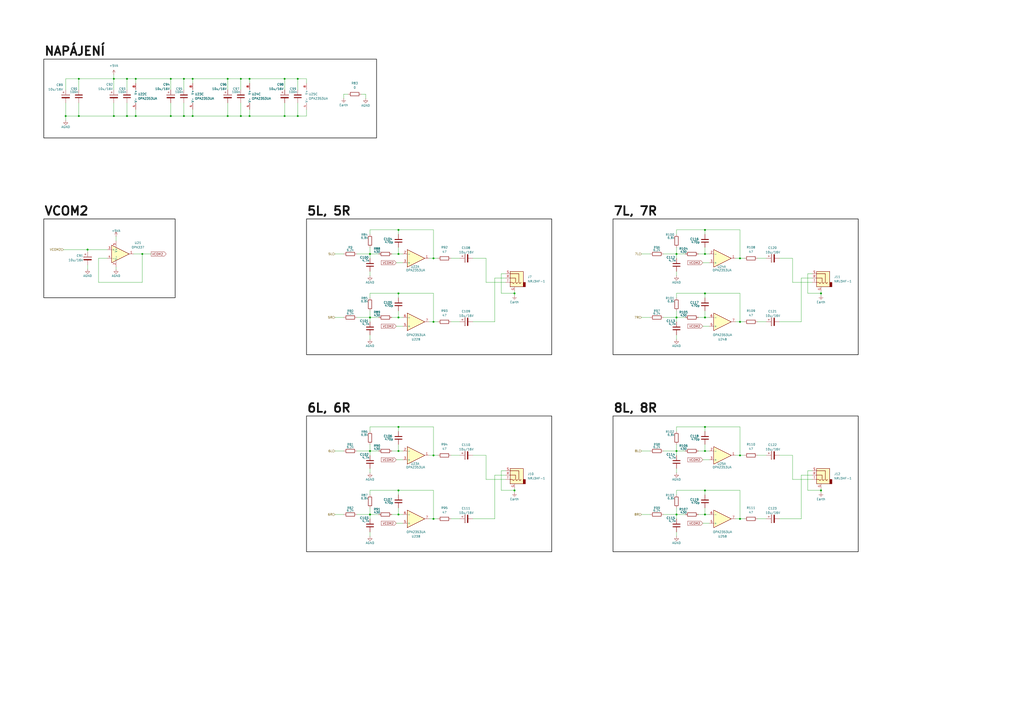
<source format=kicad_sch>
(kicad_sch (version 20250114) (generator "eeschema") (generator_version "9.0")
  (paper "A2")
  (lib_symbols
    (symbol "Amplifier_Operational:AD8603" (pin_names (offset 0.127))
      (property "Reference" "U" (at 0 5.08 0))
      (property "Value" "AD8603" (at 0 -5.08 0))
      (symbol "AD8603_0_1"
        (pin power_in line (at -2.54 7.62 270) (length 3.81) (name "V+") (number "5"))
        (pin power_in line (at -2.54 -7.62 90) (length 3.81) (name "V-") (number "2"))
      )
      (symbol "AD8603_1_1"
        (pin input line (at -7.62 2.54 0) (length 2.54) (name "+") (number "3"))
        (pin input line (at -7.62 -2.54 0) (length 2.54) (name "-") (number "4"))
        (pin output line (at 7.62 0 180) (length 2.54) (name "~") (number "1"))
      )
    )
    (symbol "Amplifier_Operational:OPA2134" (pin_names (offset 0.127))
      (property "Reference" "U" (at 0 5.08 0))
      (property "Value" "OPA2134" (at 0 -5.08 0))
      (symbol "OPA2134_1_1"
        (pin input line (at -7.62 2.54 0) (length 2.54) (name "+") (number "3"))
        (pin input line (at -7.62 -2.54 0) (length 2.54) (name "-") (number "2"))
        (pin output line (at 7.62 0 180) (length 2.54) (name "~") (number "1"))
      )
      (symbol "OPA2134_2_1"
        (pin input line (at -7.62 2.54 0) (length 2.54) (name "+") (number "5"))
        (pin input line (at -7.62 -2.54 0) (length 2.54) (name "-") (number "6"))
        (pin output line (at 7.62 0 180) (length 2.54) (name "~") (number "7"))
      )
      (symbol "OPA2134_3_1"
        (pin power_in line (at -2.54 7.62 270) (length 3.81) (name "V+") (number "8"))
        (pin power_in line (at -2.54 -7.62 90) (length 3.81) (name "V-") (number "4"))
      )
    )
    (symbol "Connector_Audio:NRJ3HF-1"
      (property "Reference" "J" (at 0 8.89 0))
      (property "Value" "NRJ3HF-1" (at 0 6.35 0))
      (symbol "NRJ3HF-1_1_1"
        (pin passive line (at 0 -7.62 90) (length 2.54) (name "~") (number "G"))
        (pin passive line (at 5.08 2.54 180) (length 2.54) (name "~") (number "S"))
        (pin passive line (at 5.08 0 180) (length 2.54) (name "~") (number "R"))
        (pin passive line (at 5.08 -2.54 180) (length 2.54) (name "~") (number "T"))
      )
    )
    (symbol "Device:C" (pin_numbers (hide yes)) (pin_names (offset 0.254))
      (property "Reference" "C" (at 0.635 2.54 0))
      (property "Value" "C" (at 0.635 -2.54 0))
      (symbol "C_1_1"
        (pin passive line (at 0 3.81 270) (length 2.794) (name "~") (number "1"))
        (pin passive line (at 0 -3.81 90) (length 2.794) (name "~") (number "2"))
      )
    )
    (symbol "Device:C_Polarized" (pin_numbers (hide yes)) (pin_names (offset 0.254))
      (property "Reference" "C" (at 0.635 2.54 0))
      (property "Value" "C_Polarized" (at 0.635 -2.54 0))
      (symbol "C_Polarized_1_1"
        (pin passive line (at 0 3.81 270) (length 2.794) (name "~") (number "1"))
        (pin passive line (at 0 -3.81 90) (length 2.794) (name "~") (number "2"))
      )
    )
    (symbol "Device:R" (pin_numbers (hide yes)) (pin_names (offset 0))
      (property "Reference" "R" (at 2.032 0 90))
      (property "Value" "R" (at 0 0 90))
      (symbol "R_1_1"
        (pin passive line (at 0 3.81 270) (length 1.27) (name "~") (number "1"))
        (pin passive line (at 0 -3.81 90) (length 1.27) (name "~") (number "2"))
      )
    )
    (symbol "power:+5VA" (power) (pin_numbers (hide yes)) (pin_names (offset 0) (hide yes))
      (property "Value" "+5VA" (at 0 3.556 0))
      (symbol "+5VA_1_1"
        (pin power_in line (at 0 0 90) (length 0) (name "~") (number "1"))
      )
    )
    (symbol "power:Earth" (power) (pin_numbers (hide yes)) (pin_names (offset 0) (hide yes))
      (property "Value" "Earth" (at 0 -3.81 0))
      (symbol "Earth_1_1"
        (pin power_in line (at 0 0 270) (length 0) (name "~") (number "1"))
      )
    )
    (symbol "power:GNDA" (power) (pin_numbers (hide yes)) (pin_names (offset 0) (hide yes))
      (property "Value" "GNDA" (at 0 -3.81 0))
      (symbol "GNDA_1_1"
        (pin power_in line (at 0 0 270) (length 0) (name "~") (number "1"))
      )
    )
  )
  (junction (at 408.94 298.45))
  (junction (at 139.7 45.72))
  (junction (at 231.14 298.45))
  (junction (at 82.55 147.32))
  (junction (at 231.14 147.32))
  (junction (at 45.72 45.72))
  (junction (at 165.1 45.72))
  (junction (at 78.74 67.31))
  (junction (at 408.94 284.48))
  (junction (at 408.94 147.32))
  (junction (at 111.76 45.72))
  (junction (at 429.26 264.16))
  (junction (at 106.68 67.31))
  (junction (at 99.06 45.72))
  (junction (at 73.66 67.31))
  (junction (at 139.7 67.31))
  (junction (at 231.14 261.62))
  (junction (at 231.14 170.18))
  (junction (at 251.46 186.69))
  (junction (at 50.8 144.78))
  (junction (at 165.1 67.31))
  (junction (at 476.25 284.48))
  (junction (at 38.1 67.31))
  (junction (at 231.14 247.65))
  (junction (at 429.26 149.86))
  (junction (at 392.43 261.62))
  (junction (at 106.68 45.72))
  (junction (at 172.72 45.72))
  (junction (at 132.08 45.72))
  (junction (at 214.63 261.62))
  (junction (at 144.78 45.72))
  (junction (at 476.25 170.18))
  (junction (at 231.14 133.35))
  (junction (at 214.63 298.45))
  (junction (at 144.78 67.31))
  (junction (at 111.76 67.31))
  (junction (at 429.26 186.69))
  (junction (at 231.14 184.15))
  (junction (at 392.43 184.15))
  (junction (at 66.04 45.72))
  (junction (at 251.46 300.99))
  (junction (at 73.66 45.72))
  (junction (at 78.74 45.72))
  (junction (at 392.43 298.45))
  (junction (at 251.46 264.16))
  (junction (at 99.06 67.31))
  (junction (at 429.26 300.99))
  (junction (at 251.46 149.86))
  (junction (at 66.04 67.31))
  (junction (at 408.94 170.18))
  (junction (at 214.63 147.32))
  (junction (at 45.72 67.31))
  (junction (at 214.63 184.15))
  (junction (at 298.45 170.18))
  (junction (at 298.45 284.48))
  (junction (at 172.72 67.31))
  (junction (at 231.14 284.48))
  (junction (at 408.94 261.62))
  (junction (at 132.08 67.31))
  (junction (at 408.94 184.15))
  (junction (at 408.94 133.35))
  (junction (at 392.43 147.32))
  (junction (at 408.94 247.65))
  (wire (pts (xy 290.83 284.48) (xy 298.45 284.48)))
  (wire (pts (xy 231.14 133.35) (xy 231.14 135.89)))
  (wire (pts (xy 209.55 54.61) (xy 212.09 54.61)))
  (wire (pts (xy 231.14 247.65) (xy 251.46 247.65)))
  (wire (pts (xy 274.32 300.99) (xy 287.02 300.99)))
  (wire (pts (xy 464.82 161.29) (xy 464.82 186.69)))
  (wire (pts (xy 426.72 186.69) (xy 429.26 186.69)))
  (wire (pts (xy 194.31 147.32) (xy 199.39 147.32)))
  (wire (pts (xy 111.76 63.5) (xy 111.76 67.31)))
  (wire (pts (xy 227.33 298.45) (xy 231.14 298.45)))
  (wire (pts (xy 207.01 298.45) (xy 214.63 298.45)))
  (wire (pts (xy 231.14 284.48) (xy 251.46 284.48)))
  (wire (pts (xy 274.32 149.86) (xy 281.94 149.86)))
  (wire (pts (xy 452.12 186.69) (xy 464.82 186.69)))
  (wire (pts (xy 231.14 184.15) (xy 233.68 184.15)))
  (wire (pts (xy 227.33 184.15) (xy 231.14 184.15)))
  (wire (pts (xy 251.46 264.16) (xy 254 264.16)))
  (wire (pts (xy 429.26 186.69) (xy 431.8 186.69)))
  (wire (pts (xy 66.04 45.72) (xy 66.04 52.07)))
  (wire (pts (xy 439.42 186.69) (xy 444.5 186.69)))
  (wire (pts (xy 392.43 147.32) (xy 397.51 147.32)))
  (wire (pts (xy 231.14 147.32) (xy 233.68 147.32)))
  (wire (pts (xy 214.63 194.31) (xy 214.63 196.85)))
  (wire (pts (xy 229.87 303.53) (xy 233.68 303.53)))
  (wire (pts (xy 139.7 67.31) (xy 144.78 67.31)))
  (wire (pts (xy 214.63 180.34) (xy 214.63 184.15)))
  (wire (pts (xy 73.66 67.31) (xy 78.74 67.31)))
  (wire (pts (xy 214.63 147.32) (xy 214.63 149.86)))
  (wire (pts (xy 231.14 180.34) (xy 231.14 184.15)))
  (wire (pts (xy 452.12 264.16) (xy 459.74 264.16)))
  (wire (pts (xy 426.72 300.99) (xy 429.26 300.99)))
  (wire (pts (xy 77.47 147.32) (xy 82.55 147.32)))
  (wire (pts (xy 429.26 247.65) (xy 429.26 264.16)))
  (wire (pts (xy 290.83 170.18) (xy 298.45 170.18)))
  (wire (pts (xy 372.11 184.15) (xy 377.19 184.15)))
  (wire (pts (xy 82.55 147.32) (xy 82.55 163.83)))
  (wire (pts (xy 67.31 137.16) (xy 67.31 139.7)))
  (wire (pts (xy 392.43 184.15) (xy 397.51 184.15)))
  (wire (pts (xy 38.1 45.72) (xy 45.72 45.72)))
  (wire (pts (xy 287.02 275.59) (xy 287.02 300.99)))
  (wire (pts (xy 172.72 67.31) (xy 177.8 67.31)))
  (wire (pts (xy 214.63 247.65) (xy 214.63 250.19)))
  (wire (pts (xy 274.32 186.69) (xy 287.02 186.69)))
  (wire (pts (xy 408.94 284.48) (xy 429.26 284.48)))
  (wire (pts (xy 106.68 59.69) (xy 106.68 67.31)))
  (wire (pts (xy 281.94 264.16) (xy 281.94 278.13)))
  (wire (pts (xy 298.45 168.91) (xy 298.45 170.18)))
  (wire (pts (xy 231.14 294.64) (xy 231.14 298.45)))
  (wire (pts (xy 459.74 278.13) (xy 471.17 278.13)))
  (wire (pts (xy 194.31 184.15) (xy 199.39 184.15)))
  (wire (pts (xy 231.14 133.35) (xy 251.46 133.35)))
  (wire (pts (xy 392.43 308.61) (xy 392.43 311.15)))
  (wire (pts (xy 392.43 194.31) (xy 392.43 196.85)))
  (wire (pts (xy 287.02 275.59) (xy 293.37 275.59)))
  (wire (pts (xy 251.46 284.48) (xy 251.46 300.99)))
  (wire (pts (xy 468.63 170.18) (xy 476.25 170.18)))
  (wire (pts (xy 132.08 59.69) (xy 132.08 67.31)))
  (wire (pts (xy 405.13 261.62) (xy 408.94 261.62)))
  (wire (pts (xy 231.14 247.65) (xy 231.14 250.19)))
  (wire (pts (xy 36.83 144.78) (xy 50.8 144.78)))
  (wire (pts (xy 408.94 284.48) (xy 408.94 287.02)))
  (wire (pts (xy 429.26 133.35) (xy 429.26 149.86)))
  (wire (pts (xy 214.63 261.62) (xy 214.63 264.16)))
  (wire (pts (xy 231.14 298.45) (xy 233.68 298.45)))
  (wire (pts (xy 214.63 308.61) (xy 214.63 311.15)))
  (wire (pts (xy 227.33 261.62) (xy 231.14 261.62)))
  (wire (pts (xy 459.74 264.16) (xy 459.74 278.13)))
  (wire (pts (xy 464.82 275.59) (xy 471.17 275.59)))
  (wire (pts (xy 468.63 273.05) (xy 468.63 284.48)))
  (wire (pts (xy 111.76 45.72) (xy 132.08 45.72)))
  (wire (pts (xy 50.8 144.78) (xy 62.23 144.78)))
  (wire (pts (xy 464.82 275.59) (xy 464.82 300.99)))
  (wire (pts (xy 408.94 184.15) (xy 411.48 184.15)))
  (wire (pts (xy 99.06 45.72) (xy 106.68 45.72)))
  (wire (pts (xy 214.63 247.65) (xy 231.14 247.65)))
  (wire (pts (xy 408.94 298.45) (xy 411.48 298.45)))
  (wire (pts (xy 408.94 170.18) (xy 408.94 172.72)))
  (wire (pts (xy 392.43 170.18) (xy 392.43 172.72)))
  (wire (pts (xy 468.63 158.75) (xy 471.17 158.75)))
  (wire (pts (xy 144.78 67.31) (xy 165.1 67.31)))
  (wire (pts (xy 139.7 45.72) (xy 139.7 52.07)))
  (wire (pts (xy 287.02 161.29) (xy 293.37 161.29)))
  (wire (pts (xy 78.74 45.72) (xy 78.74 48.26)))
  (wire (pts (xy 392.43 284.48) (xy 408.94 284.48)))
  (wire (pts (xy 214.63 284.48) (xy 231.14 284.48)))
  (wire (pts (xy 50.8 153.67) (xy 50.8 156.21)))
  (wire (pts (xy 251.46 133.35) (xy 251.46 149.86)))
  (wire (pts (xy 177.8 45.72) (xy 177.8 48.26)))
  (wire (pts (xy 99.06 45.72) (xy 99.06 52.07)))
  (wire (pts (xy 426.72 149.86) (xy 429.26 149.86)))
  (wire (pts (xy 214.63 284.48) (xy 214.63 287.02)))
  (wire (pts (xy 407.67 266.7) (xy 411.48 266.7)))
  (wire (pts (xy 165.1 45.72) (xy 165.1 52.07)))
  (wire (pts (xy 177.8 63.5) (xy 177.8 67.31)))
  (wire (pts (xy 408.94 261.62) (xy 411.48 261.62)))
  (wire (pts (xy 290.83 273.05) (xy 290.83 284.48)))
  (wire (pts (xy 132.08 45.72) (xy 139.7 45.72)))
  (wire (pts (xy 214.63 298.45) (xy 219.71 298.45)))
  (wire (pts (xy 464.82 161.29) (xy 471.17 161.29)))
  (wire (pts (xy 392.43 247.65) (xy 392.43 250.19)))
  (wire (pts (xy 408.94 170.18) (xy 429.26 170.18)))
  (wire (pts (xy 66.04 59.69) (xy 66.04 67.31)))
  (wire (pts (xy 214.63 143.51) (xy 214.63 147.32)))
  (wire (pts (xy 165.1 59.69) (xy 165.1 67.31)))
  (wire (pts (xy 57.15 163.83) (xy 82.55 163.83)))
  (wire (pts (xy 57.15 149.86) (xy 62.23 149.86)))
  (wire (pts (xy 392.43 170.18) (xy 408.94 170.18)))
  (wire (pts (xy 408.94 247.65) (xy 429.26 247.65)))
  (wire (pts (xy 468.63 273.05) (xy 471.17 273.05)))
  (wire (pts (xy 408.94 133.35) (xy 429.26 133.35)))
  (wire (pts (xy 426.72 264.16) (xy 429.26 264.16)))
  (wire (pts (xy 194.31 261.62) (xy 199.39 261.62)))
  (wire (pts (xy 248.92 264.16) (xy 251.46 264.16)))
  (wire (pts (xy 372.11 261.62) (xy 377.19 261.62)))
  (wire (pts (xy 261.62 300.99) (xy 266.7 300.99)))
  (wire (pts (xy 67.31 154.94) (xy 67.31 156.21)))
  (wire (pts (xy 281.94 149.86) (xy 281.94 163.83)))
  (wire (pts (xy 66.04 67.31) (xy 73.66 67.31)))
  (wire (pts (xy 165.1 67.31) (xy 172.72 67.31)))
  (wire (pts (xy 251.46 149.86) (xy 254 149.86)))
  (wire (pts (xy 73.66 45.72) (xy 73.66 52.07)))
  (wire (pts (xy 45.72 45.72) (xy 66.04 45.72)))
  (wire (pts (xy 38.1 45.72) (xy 38.1 52.07)))
  (wire (pts (xy 392.43 180.34) (xy 392.43 184.15)))
  (wire (pts (xy 214.63 133.35) (xy 231.14 133.35)))
  (wire (pts (xy 392.43 261.62) (xy 392.43 264.16)))
  (wire (pts (xy 251.46 186.69) (xy 254 186.69)))
  (wire (pts (xy 50.8 144.78) (xy 50.8 146.05)))
  (wire (pts (xy 392.43 247.65) (xy 408.94 247.65)))
  (wire (pts (xy 468.63 158.75) (xy 468.63 170.18)))
  (wire (pts (xy 248.92 186.69) (xy 251.46 186.69)))
  (wire (pts (xy 106.68 67.31) (xy 111.76 67.31)))
  (wire (pts (xy 408.94 147.32) (xy 411.48 147.32)))
  (wire (pts (xy 476.25 168.91) (xy 476.25 170.18)))
  (wire (pts (xy 38.1 67.31) (xy 45.72 67.31)))
  (wire (pts (xy 78.74 67.31) (xy 99.06 67.31)))
  (wire (pts (xy 290.83 158.75) (xy 293.37 158.75)))
  (wire (pts (xy 111.76 45.72) (xy 111.76 48.26)))
  (wire (pts (xy 392.43 257.81) (xy 392.43 261.62)))
  (wire (pts (xy 231.14 257.81) (xy 231.14 261.62)))
  (wire (pts (xy 384.81 147.32) (xy 392.43 147.32)))
  (wire (pts (xy 298.45 284.48) (xy 298.45 285.75)))
  (wire (pts (xy 281.94 163.83) (xy 293.37 163.83)))
  (wire (pts (xy 229.87 266.7) (xy 233.68 266.7)))
  (wire (pts (xy 38.1 67.31) (xy 38.1 69.85)))
  (wire (pts (xy 132.08 45.72) (xy 132.08 52.07)))
  (wire (pts (xy 229.87 189.23) (xy 233.68 189.23)))
  (wire (pts (xy 73.66 59.69) (xy 73.66 67.31)))
  (wire (pts (xy 452.12 149.86) (xy 459.74 149.86)))
  (wire (pts (xy 408.94 247.65) (xy 408.94 250.19)))
  (wire (pts (xy 384.81 261.62) (xy 392.43 261.62)))
  (wire (pts (xy 45.72 67.31) (xy 66.04 67.31)))
  (wire (pts (xy 214.63 294.64) (xy 214.63 298.45)))
  (wire (pts (xy 199.39 54.61) (xy 199.39 57.15)))
  (wire (pts (xy 459.74 163.83) (xy 471.17 163.83)))
  (wire (pts (xy 165.1 45.72) (xy 172.72 45.72)))
  (wire (pts (xy 139.7 45.72) (xy 144.78 45.72)))
  (wire (pts (xy 207.01 147.32) (xy 214.63 147.32)))
  (wire (pts (xy 212.09 54.61) (xy 212.09 57.15)))
  (wire (pts (xy 405.13 184.15) (xy 408.94 184.15)))
  (wire (pts (xy 199.39 54.61) (xy 201.93 54.61)))
  (wire (pts (xy 45.72 59.69) (xy 45.72 67.31)))
  (wire (pts (xy 214.63 170.18) (xy 231.14 170.18)))
  (wire (pts (xy 172.72 59.69) (xy 172.72 67.31)))
  (wire (pts (xy 274.32 264.16) (xy 281.94 264.16)))
  (wire (pts (xy 251.46 170.18) (xy 251.46 186.69)))
  (wire (pts (xy 408.94 143.51) (xy 408.94 147.32)))
  (wire (pts (xy 207.01 184.15) (xy 214.63 184.15)))
  (wire (pts (xy 372.11 147.32) (xy 377.19 147.32)))
  (wire (pts (xy 144.78 63.5) (xy 144.78 67.31)))
  (wire (pts (xy 207.01 261.62) (xy 214.63 261.62)))
  (wire (pts (xy 99.06 67.31) (xy 106.68 67.31)))
  (wire (pts (xy 392.43 133.35) (xy 408.94 133.35)))
  (wire (pts (xy 407.67 303.53) (xy 411.48 303.53)))
  (wire (pts (xy 392.43 284.48) (xy 392.43 287.02)))
  (wire (pts (xy 392.43 294.64) (xy 392.43 298.45)))
  (wire (pts (xy 298.45 170.18) (xy 298.45 171.45)))
  (wire (pts (xy 298.45 283.21) (xy 298.45 284.48)))
  (wire (pts (xy 214.63 184.15) (xy 214.63 186.69)))
  (wire (pts (xy 290.83 158.75) (xy 290.83 170.18)))
  (wire (pts (xy 261.62 264.16) (xy 266.7 264.16)))
  (wire (pts (xy 429.26 300.99) (xy 431.8 300.99)))
  (wire (pts (xy 287.02 161.29) (xy 287.02 186.69)))
  (wire (pts (xy 231.14 143.51) (xy 231.14 147.32)))
  (wire (pts (xy 214.63 271.78) (xy 214.63 274.32)))
  (wire (pts (xy 214.63 147.32) (xy 219.71 147.32)))
  (wire (pts (xy 392.43 147.32) (xy 392.43 149.86)))
  (wire (pts (xy 392.43 143.51) (xy 392.43 147.32)))
  (wire (pts (xy 261.62 149.86) (xy 266.7 149.86)))
  (wire (pts (xy 144.78 45.72) (xy 165.1 45.72)))
  (wire (pts (xy 214.63 298.45) (xy 214.63 300.99)))
  (wire (pts (xy 78.74 45.72) (xy 99.06 45.72)))
  (wire (pts (xy 476.25 284.48) (xy 476.25 285.75)))
  (wire (pts (xy 139.7 59.69) (xy 139.7 67.31)))
  (wire (pts (xy 45.72 45.72) (xy 45.72 52.07)))
  (wire (pts (xy 111.76 67.31) (xy 132.08 67.31)))
  (wire (pts (xy 214.63 261.62) (xy 219.71 261.62)))
  (wire (pts (xy 229.87 152.4) (xy 233.68 152.4)))
  (wire (pts (xy 384.81 298.45) (xy 392.43 298.45)))
  (wire (pts (xy 248.92 149.86) (xy 251.46 149.86)))
  (wire (pts (xy 459.74 149.86) (xy 459.74 163.83)))
  (wire (pts (xy 214.63 170.18) (xy 214.63 172.72)))
  (wire (pts (xy 372.11 298.45) (xy 377.19 298.45)))
  (wire (pts (xy 144.78 45.72) (xy 144.78 48.26)))
  (wire (pts (xy 73.66 45.72) (xy 78.74 45.72)))
  (wire (pts (xy 429.26 149.86) (xy 431.8 149.86)))
  (wire (pts (xy 194.31 298.45) (xy 199.39 298.45)))
  (wire (pts (xy 407.67 152.4) (xy 411.48 152.4)))
  (wire (pts (xy 66.04 43.18) (xy 66.04 45.72)))
  (wire (pts (xy 251.46 247.65) (xy 251.46 264.16)))
  (wire (pts (xy 384.81 184.15) (xy 392.43 184.15)))
  (wire (pts (xy 214.63 257.81) (xy 214.63 261.62)))
  (wire (pts (xy 251.46 300.99) (xy 254 300.99)))
  (wire (pts (xy 78.74 63.5) (xy 78.74 67.31)))
  (wire (pts (xy 172.72 45.72) (xy 177.8 45.72)))
  (wire (pts (xy 248.92 300.99) (xy 251.46 300.99)))
  (wire (pts (xy 214.63 133.35) (xy 214.63 135.89)))
  (wire (pts (xy 231.14 170.18) (xy 251.46 170.18)))
  (wire (pts (xy 408.94 294.64) (xy 408.94 298.45)))
  (wire (pts (xy 439.42 300.99) (xy 444.5 300.99)))
  (wire (pts (xy 392.43 261.62) (xy 397.51 261.62)))
  (wire (pts (xy 429.26 264.16) (xy 431.8 264.16)))
  (wire (pts (xy 439.42 264.16) (xy 444.5 264.16)))
  (wire (pts (xy 392.43 298.45) (xy 397.51 298.45)))
  (wire (pts (xy 227.33 147.32) (xy 231.14 147.32)))
  (wire (pts (xy 231.14 284.48) (xy 231.14 287.02)))
  (wire (pts (xy 38.1 59.69) (xy 38.1 67.31)))
  (wire (pts (xy 405.13 147.32) (xy 408.94 147.32)))
  (wire (pts (xy 408.94 180.34) (xy 408.94 184.15)))
  (wire (pts (xy 106.68 45.72) (xy 106.68 52.07)))
  (wire (pts (xy 392.43 298.45) (xy 392.43 300.99)))
  (wire (pts (xy 476.25 283.21) (xy 476.25 284.48)))
  (wire (pts (xy 407.67 189.23) (xy 411.48 189.23)))
  (wire (pts (xy 231.14 170.18) (xy 231.14 172.72)))
  (wire (pts (xy 429.26 170.18) (xy 429.26 186.69)))
  (wire (pts (xy 392.43 271.78) (xy 392.43 274.32)))
  (wire (pts (xy 231.14 261.62) (xy 233.68 261.62)))
  (wire (pts (xy 392.43 184.15) (xy 392.43 186.69)))
  (wire (pts (xy 476.25 170.18) (xy 476.25 171.45)))
  (wire (pts (xy 392.43 157.48) (xy 392.43 160.02)))
  (wire (pts (xy 66.04 45.72) (xy 73.66 45.72)))
  (wire (pts (xy 172.72 45.72) (xy 172.72 52.07)))
  (wire (pts (xy 452.12 300.99) (xy 464.82 300.99)))
  (wire (pts (xy 82.55 147.32) (xy 87.63 147.32)))
  (wire (pts (xy 408.94 133.35) (xy 408.94 135.89)))
  (wire (pts (xy 468.63 284.48) (xy 476.25 284.48)))
  (wire (pts (xy 214.63 184.15) (xy 219.71 184.15)))
  (wire (pts (xy 106.68 45.72) (xy 111.76 45.72)))
  (wire (pts (xy 261.62 186.69) (xy 266.7 186.69)))
  (wire (pts (xy 408.94 257.81) (xy 408.94 261.62)))
  (wire (pts (xy 405.13 298.45) (xy 408.94 298.45)))
  (wire (pts (xy 290.83 273.05) (xy 293.37 273.05)))
  (wire (pts (xy 57.15 149.86) (xy 57.15 163.83)))
  (wire (pts (xy 439.42 149.86) (xy 444.5 149.86)))
  (wire (pts (xy 281.94 278.13) (xy 293.37 278.13)))
  (wire (pts (xy 392.43 133.35) (xy 392.43 135.89)))
  (wire (pts (xy 99.06 59.69) (xy 99.06 67.31)))
  (wire (pts (xy 132.08 67.31) (xy 139.7 67.31)))
  (wire (pts (xy 214.63 157.48) (xy 214.63 160.02)))
  (wire (pts (xy 429.26 284.48) (xy 429.26 300.99)))
  (label "5L, 5R" (at 177.8 127 0) (effects (font (size 5 5) (thickness 1) (bold yes))))
  (label "VCOM2" (at 25.4 127 0) (effects (font (size 5 5) (thickness 1) (bold yes))))
  (label "6L, 6R" (at 177.8 241.3 0) (effects (font (size 5 5) (thickness 1) (bold yes))))
  (label "7L, 7R" (at 355.6 127 0) (effects (font (size 5 5) (thickness 1) (bold yes))))
  (label "NAPÁJENÍ" (at 25.4 34.29 0) (effects (font (size 5 5) (thickness 1) (bold yes))))
  (label "8L, 8R" (at 355.6 241.3 0) (effects (font (size 5 5) (thickness 1) (bold yes))))
  (global_label "VCOM2" (shape input) (at 229.87 152.4 180) (property "Intersheetrefs" "${INTERSHEET_REFS}" (at 220.5348 152.4 0) (effects (justify right))))
  (global_label "VCOM2" (shape output) (at 87.63 147.32 0) (property "Intersheetrefs" "${INTERSHEET_REFS}" (at 96.9652 147.32 0) (effects (justify left))))
  (global_label "VCOM2" (shape input) (at 229.87 303.53 180) (property "Intersheetrefs" "${INTERSHEET_REFS}" (at 220.5348 303.53 0) (effects (justify right))))
  (global_label "VCOM2" (shape input) (at 229.87 189.23 180) (property "Intersheetrefs" "${INTERSHEET_REFS}" (at 220.5348 189.23 0) (effects (justify right))))
  (global_label "VCOM2" (shape input) (at 407.67 189.23 180) (property "Intersheetrefs" "${INTERSHEET_REFS}" (at 398.3348 189.23 0) (effects (justify right))))
  (global_label "VCOM2" (shape input) (at 407.67 266.7 180) (property "Intersheetrefs" "${INTERSHEET_REFS}" (at 398.3348 266.7 0) (effects (justify right))))
  (global_label "VCOM2" (shape input) (at 407.67 303.53 180) (property "Intersheetrefs" "${INTERSHEET_REFS}" (at 398.3348 303.53 0) (effects (justify right))))
  (global_label "VCOM2" (shape input) (at 229.87 266.7 180) (property "Intersheetrefs" "${INTERSHEET_REFS}" (at 220.5348 266.7 0) (effects (justify right))))
  (global_label "VCOM2" (shape input) (at 407.67 152.4 180) (property "Intersheetrefs" "${INTERSHEET_REFS}" (at 398.3348 152.4 0) (effects (justify right))))
  (hierarchical_label "6R" (shape input) (at 194.31 298.45 180))
  (hierarchical_label "7L" (shape input) (at 372.11 147.32 180))
  (hierarchical_label "7R" (shape input) (at 372.11 184.15 180))
  (hierarchical_label "6L" (shape input) (at 194.31 261.62 180))
  (hierarchical_label "8L" (shape input) (at 372.11 261.62 180))
  (hierarchical_label "VCOM2" (shape input) (at 36.83 144.78 180))
  (hierarchical_label "5L" (shape input) (at 194.31 147.32 180))
  (hierarchical_label "5R" (shape input) (at 194.31 184.15 180))
  (hierarchical_label "8R" (shape input) (at 372.11 298.45 180))
  (rule_area (polyline (pts (xy 25.4 34.29) (xy 218.44 34.29) (xy 218.44 80.01) (xy 25.4 80.01)) (stroke (width 0.3) (color 0 0 0 1))))
  (rule_area (polyline (pts (xy 177.8 127) (xy 177.8 205.74) (xy 320.04 205.74) (xy 320.04 127)) (stroke (width 0.3) (color 0 0 0 1))))
  (rule_area (polyline (pts (xy 177.8 241.3) (xy 177.8 320.04) (xy 320.04 320.04) (xy 320.04 241.3)) (stroke (width 0.3) (color 0 0 0 1))))
  (rule_area (polyline (pts (xy 355.6 127) (xy 355.6 205.74) (xy 497.84 205.74) (xy 497.84 127)) (stroke (width 0.3) (color 0 0 0 1))))
  (rule_area (polyline (pts (xy 355.6 241.3) (xy 355.6 320.04) (xy 497.84 320.04) (xy 497.84 241.3)) (stroke (width 0.3) (color 0 0 0 1))))
  (rule_area (polyline (pts (xy 25.4 127) (xy 101.6 127) (xy 101.6 172.72) (xy 25.4 172.72)) (stroke (width 0.3) (color 0 0 0 1))))
  (symbol (lib_id "Device:R") (at 214.63 254 0) (mirror x) (unit 1)
    (property "Reference" "R86" (at 213.36 250.444 0) (effects (justify right)))
    (property "Value" "6,8k" (at 213.614 252.222 0) (effects (justify right)))
    (property "Footprint" "Resistor_SMD:R_0603_1608Metric_Pad0.98x0.95mm_HandSolder" (effects (hide yes)))
    (property "Description" "Resistor" (effects (hide yes)))
    (property "LSCS" "C23212" (effects (hide yes)))
  )
  (symbol (lib_id "Device:C") (at 214.63 304.8 0) (mirror x) (unit 1)
    (property "Reference" "C103" (at 213.868 300.482 0) (effects (justify right)))
    (property "Value" "4,7n" (at 214.376 302.26 0) (effects (justify right)))
    (property "Footprint" "Capacitor_SMD:C_0603_1608Metric_Pad1.08x0.95mm_HandSolder" (effects (hide yes)))
    (property "Description" "Unpolarized capacitor" (effects (hide yes)))
    (property "LSCS" "C53987" (effects (hide yes)))
  )
  (symbol (lib_id "Device:R") (at 381 147.32 90) (unit 1)
    (property "Reference" "R96" (at 381 143.51 90))
    (property "Value" "6,2k" (at 381 145.034 90))
    (property "Footprint" "Resistor_SMD:R_0603_1608Metric_Pad0.98x0.95mm_HandSolder" (effects (hide yes)))
    (property "Description" "Resistor" (effects (hide yes)))
    (property "LSCS" "C4260" (effects (hide yes)))
  )
  (symbol (lib_id "Connector_Audio:NRJ3HF-1") (at 476.25 275.59 0) (mirror y) (unit 1)
    (property "Reference" "J12" (at 483.87 274.9549 0) (effects (justify right)))
    (property "Value" "NRJ3HF-1" (at 483.87 277.4949 0) (effects (justify right)))
    (property "Footprint" "Connector_Audio:Jack_6.35mm_Neutrik_NRJ3HF-1_Horizontal" (effects (hide yes)))
    (property "Datasheet" "https://www.neutrik.com/en/product/nrj3hf-1" (effects (hide yes)))
    (property "Description" "Slim Jacks, 6.35mm (1/4in) stereo jack, unswitched, fully threaded nose, sleeve contact/front panel connection" (effects (hide yes)))
    (property "Mouser" "568-NRJ3HF-1" (effects (hide yes)))
  )
  (symbol (lib_id "Device:R") (at 392.43 139.7 0) (mirror x) (unit 1)
    (property "Reference" "R100" (at 391.16 136.144 0) (effects (justify right)))
    (property "Value" "6,8k" (at 391.414 137.922 0) (effects (justify right)))
    (property "Footprint" "Resistor_SMD:R_0603_1608Metric_Pad0.98x0.95mm_HandSolder" (effects (hide yes)))
    (property "Description" "Resistor" (effects (hide yes)))
    (property "LSCS" "C23212" (effects (hide yes)))
  )
  (symbol (lib_id "Device:C") (at 392.43 267.97 0) (mirror x) (unit 1)
    (property "Reference" "C114" (at 391.668 263.652 0) (effects (justify right)))
    (property "Value" "4,7n" (at 392.176 265.43 0) (effects (justify right)))
    (property "Footprint" "Capacitor_SMD:C_0603_1608Metric_Pad1.08x0.95mm_HandSolder" (effects (hide yes)))
    (property "Description" "Unpolarized capacitor" (effects (hide yes)))
    (property "LSCS" "C53987" (effects (hide yes)))
  )
  (symbol (lib_id "Device:R") (at 435.61 186.69 90) (unit 1)
    (property "Reference" "R109" (at 435.61 180.34 90))
    (property "Value" "47" (at 435.61 182.88 90))
    (property "Footprint" "Resistor_SMD:R_0603_1608Metric_Pad0.98x0.95mm_HandSolder" (effects (hide yes)))
    (property "Description" "Resistor" (effects (hide yes)))
    (property "LSCS" "C2907174" (effects (hide yes)))
  )
  (symbol (lib_id "Device:R") (at 257.81 300.99 90) (unit 1)
    (property "Reference" "R95" (at 257.81 294.64 90))
    (property "Value" "47" (at 257.81 297.18 90))
    (property "Footprint" "Resistor_SMD:R_0603_1608Metric_Pad0.98x0.95mm_HandSolder" (effects (hide yes)))
    (property "Description" "Resistor" (effects (hide yes)))
    (property "LSCS" "C2907174" (effects (hide yes)))
  )
  (symbol (lib_id "Device:R") (at 401.32 298.45 90) (unit 1)
    (property "Reference" "R107" (at 396.494 295.402 90))
    (property "Value" "430" (at 396.494 297.18 90))
    (property "Footprint" "Resistor_SMD:R_0603_1608Metric_Pad0.98x0.95mm_HandSolder" (effects (hide yes)))
    (property "Description" "Resistor" (effects (hide yes)))
    (property "LSCS" "C137721" (effects (hide yes)))
  )
  (symbol (lib_id "power:Earth") (at 298.45 171.45 0) (unit 1)
    (property "Reference" "#PWR0123" (effects (hide yes)))
    (property "Value" "Earth" (at 298.45 175.26 0))
    (property "Description" "Power symbol creates a global label with name \"Earth\"" (effects (hide yes)))
  )
  (symbol (lib_id "Device:C_Polarized") (at 99.06 55.88 0) (unit 1)
    (property "Reference" "C94" (at 98.552 49.022 0) (effects (justify right)))
    (property "Value" "10u/16V" (at 98.552 51.562 0) (effects (justify right)))
    (property "Footprint" "Capacitor_Tantalum_SMD:CP_EIA-3216-18_Kemet-A_HandSolder" (effects (hide yes)))
    (property "Description" "Polarized capacitor" (effects (hide yes)))
    (property "LSCS" "C194304" (effects (hide yes)))
  )
  (symbol (lib_id "Amplifier_Operational:OPA2134") (at 419.1 264.16 0) (mirror x) (unit 1)
    (property "Reference" "U25" (at 418.592 268.986 0))
    (property "Value" "OPA2353UA" (at 418.846 271.018 0))
    (property "Footprint" "Package_SO:SOIC-8_3.9x4.9mm_P1.27mm" (effects (hide yes)))
    (property "Datasheet" "http://www.ti.com/lit/ds/symlink/opa134.pdf" (effects (hide yes)))
    (property "Description" "Dual SoundPlus High Performance Audio Operational Amplifiers, DIP-8/SOIC-8" (effects (hide yes)))
    (property "Mouser" "595-OPA2353UA" (effects (hide yes)))
  )
  (symbol (lib_id "Amplifier_Operational:OPA2134") (at 241.3 186.69 0) (mirror x) (unit 2)
    (property "Reference" "U22" (at 241.3 196.85 0))
    (property "Value" "OPA2353UA" (at 241.3 194.31 0))
    (property "Footprint" "Package_SO:SOIC-8_3.9x4.9mm_P1.27mm" (effects (hide yes)))
    (property "Datasheet" "http://www.ti.com/lit/ds/symlink/opa134.pdf" (effects (hide yes)))
    (property "Description" "Dual SoundPlus High Performance Audio Operational Amplifiers, DIP-8/SOIC-8" (effects (hide yes)))
    (property "Mouser" "595-OPA2353UA" (effects (hide yes)))
  )
  (symbol (lib_id "power:Earth") (at 476.25 285.75 0) (unit 1)
    (property "Reference" "#PWR0130" (effects (hide yes)))
    (property "Value" "Earth" (at 476.25 289.56 0))
    (property "Description" "Power symbol creates a global label with name \"Earth\"" (effects (hide yes)))
  )
  (symbol (lib_id "Device:R") (at 214.63 290.83 0) (mirror x) (unit 1)
    (property "Reference" "R87" (at 213.36 287.274 0) (effects (justify right)))
    (property "Value" "6,8k" (at 213.614 289.052 0) (effects (justify right)))
    (property "Footprint" "Resistor_SMD:R_0603_1608Metric_Pad0.98x0.95mm_HandSolder" (effects (hide yes)))
    (property "Description" "Resistor" (effects (hide yes)))
    (property "LSCS" "C23212" (effects (hide yes)))
  )
  (symbol (lib_id "power:GNDA") (at 392.43 160.02 0) (unit 1)
    (property "Reference" "#PWR0125" (effects (hide yes)))
    (property "Value" "AGND" (at 392.43 163.83 0))
    (property "Description" "Power symbol creates a global label with name \"GNDA\" , analog ground" (effects (hide yes)))
  )
  (symbol (lib_id "power:GNDA") (at 67.31 156.21 0) (unit 1)
    (property "Reference" "#PWR042" (effects (hide yes)))
    (property "Value" "AGND" (at 67.31 160.02 0))
    (property "Description" "Power symbol creates a global label with name \"GNDA\" , analog ground" (effects (hide yes)))
  )
  (symbol (lib_id "Amplifier_Operational:OPA2134") (at 180.34 55.88 0) (unit 3)
    (property "Reference" "U25" (at 179.07 54.6099 0) (effects (justify left)))
    (property "Value" "OPA2353UA" (at 179.07 57.1499 0) (effects (justify left)))
    (property "Footprint" "Package_SO:SOIC-8_3.9x4.9mm_P1.27mm" (effects (hide yes)))
    (property "Datasheet" "http://www.ti.com/lit/ds/symlink/opa134.pdf" (effects (hide yes)))
    (property "Description" "Dual SoundPlus High Performance Audio Operational Amplifiers, DIP-8/SOIC-8" (effects (hide yes)))
    (property "Mouser" "595-OPA2353UA" (effects (hide yes)))
  )
  (symbol (lib_id "Device:C") (at 392.43 304.8 0) (mirror x) (unit 1)
    (property "Reference" "C115" (at 391.668 300.482 0) (effects (justify right)))
    (property "Value" "4,7n" (at 392.176 302.26 0) (effects (justify right)))
    (property "Footprint" "Capacitor_SMD:C_0603_1608Metric_Pad1.08x0.95mm_HandSolder" (effects (hide yes)))
    (property "Description" "Unpolarized capacitor" (effects (hide yes)))
    (property "LSCS" "C53987" (effects (hide yes)))
  )
  (symbol (lib_id "power:+5VA") (at 66.04 43.18 0) (unit 1)
    (property "Reference" "#PWR032" (effects (hide yes)))
    (property "Value" "+5VA" (at 66.04 38.1 0))
    (property "Description" "Power symbol creates a global label with name \"+5VA\"" (effects (hide yes)))
  )
  (symbol (lib_id "Device:R") (at 435.61 264.16 90) (unit 1)
    (property "Reference" "R110" (at 435.61 257.81 90))
    (property "Value" "47" (at 435.61 260.35 90))
    (property "Footprint" "Resistor_SMD:R_0603_1608Metric_Pad0.98x0.95mm_HandSolder" (effects (hide yes)))
    (property "Description" "Resistor" (effects (hide yes)))
    (property "LSCS" "C2907174" (effects (hide yes)))
  )
  (symbol (lib_id "Device:C") (at 214.63 153.67 0) (mirror x) (unit 1)
    (property "Reference" "C100" (at 213.868 149.352 0) (effects (justify right)))
    (property "Value" "4,7n" (at 214.376 151.13 0) (effects (justify right)))
    (property "Footprint" "Capacitor_SMD:C_0603_1608Metric_Pad1.08x0.95mm_HandSolder" (effects (hide yes)))
    (property "Description" "Unpolarized capacitor" (effects (hide yes)))
    (property "LSCS" "C53987" (effects (hide yes)))
  )
  (symbol (lib_id "Device:C_Polarized") (at 448.31 264.16 90) (mirror x) (unit 1)
    (property "Reference" "C122" (at 445.516 258.064 90) (effects (justify right)))
    (property "Value" "10u/16V" (at 443.992 260.604 90) (effects (justify right)))
    (property "Footprint" "Capacitor_Tantalum_SMD:CP_EIA-3216-18_Kemet-A_HandSolder" (effects (hide yes)))
    (property "Description" "Polarized capacitor" (effects (hide yes)))
    (property "hifi collective" "https://www.hificollective.co.uk/search/capacitors?make=Audio%20Note&voltage=16&type=Electrolytic%2C%20polar&capacitance=10000000" (effects (hide yes)))
    (property "Field6" "https://www.aliexpress.com/item/1005009947484935.html" (effects (hide yes)))
    (property "Field7" "https://www.aliexpress.com/item/32599973455.html?spm=a2g0o.cart.0.0.227c38daaARkGb&mp=1&pdp_npi=5%40dis%21USD%21USD%201.80%21USD%201.40%21%21USD%201.40%21%21%21%40211b617b17639300234793087e9a7e%2159193968349%21ct%21CZ%216117071409%21%211%210&pdp_ext_f=%7B%22cart2PdpParams%22%3A%7B%22pdpBusinessMode%22%3A%22retail%22%7D%7D" (effects (hide yes)))
  )
  (symbol (lib_id "Device:C_Polarized") (at 270.51 264.16 90) (mirror x) (unit 1)
    (property "Reference" "C110" (at 267.716 258.064 90) (effects (justify right)))
    (property "Value" "10u/16V" (at 266.192 260.604 90) (effects (justify right)))
    (property "Footprint" "Capacitor_Tantalum_SMD:CP_EIA-3216-18_Kemet-A_HandSolder" (effects (hide yes)))
    (property "Description" "Polarized capacitor" (effects (hide yes)))
    (property "hifi collective" "https://www.hificollective.co.uk/search/capacitors?make=Audio%20Note&voltage=16&type=Electrolytic%2C%20polar&capacitance=10000000" (effects (hide yes)))
    (property "Field6" "https://www.aliexpress.com/item/1005009947484935.html" (effects (hide yes)))
    (property "Field7" "https://www.aliexpress.com/item/32599973455.html?spm=a2g0o.cart.0.0.227c38daaARkGb&mp=1&pdp_npi=5%40dis%21USD%21USD%201.80%21USD%201.40%21%21USD%201.40%21%21%21%40211b617b17639300234793087e9a7e%2159193968349%21ct%21CZ%216117071409%21%211%210&pdp_ext_f=%7B%22cart2PdpParams%22%3A%7B%22pdpBusinessMode%22%3A%22retail%22%7D%7D" (effects (hide yes)))
  )
  (symbol (lib_id "power:Earth") (at 476.25 171.45 0) (unit 1)
    (property "Reference" "#PWR0129" (effects (hide yes)))
    (property "Value" "Earth" (at 476.25 175.26 0))
    (property "Description" "Power symbol creates a global label with name \"Earth\"" (effects (hide yes)))
  )
  (symbol (lib_id "power:GNDA") (at 214.63 311.15 0) (unit 1)
    (property "Reference" "#PWR0122" (effects (hide yes)))
    (property "Value" "AGND" (at 214.63 314.96 0))
    (property "Description" "Power symbol creates a global label with name \"GNDA\" , analog ground" (effects (hide yes)))
  )
  (symbol (lib_id "power:GNDA") (at 38.1 69.85 0) (unit 1)
    (property "Reference" "#PWR022" (effects (hide yes)))
    (property "Value" "AGND" (at 38.1 73.66 0))
    (property "Description" "Power symbol creates a global label with name \"GNDA\" , analog ground" (effects (hide yes)))
  )
  (symbol (lib_id "Device:R") (at 203.2 298.45 90) (unit 1)
    (property "Reference" "R82" (at 203.2 294.64 90))
    (property "Value" "6,2k" (at 203.2 296.164 90))
    (property "Footprint" "Resistor_SMD:R_0603_1608Metric_Pad0.98x0.95mm_HandSolder" (effects (hide yes)))
    (property "Description" "Resistor" (effects (hide yes)))
    (property "LSCS" "C4260" (effects (hide yes)))
  )
  (symbol (lib_id "Amplifier_Operational:OPA2134") (at 241.3 300.99 0) (mirror x) (unit 2)
    (property "Reference" "U23" (at 241.3 311.15 0))
    (property "Value" "OPA2353UA" (at 241.3 308.61 0))
    (property "Footprint" "Package_SO:SOIC-8_3.9x4.9mm_P1.27mm" (effects (hide yes)))
    (property "Datasheet" "http://www.ti.com/lit/ds/symlink/opa134.pdf" (effects (hide yes)))
    (property "Description" "Dual SoundPlus High Performance Audio Operational Amplifiers, DIP-8/SOIC-8" (effects (hide yes)))
    (property "Mouser" "595-OPA2353UA" (effects (hide yes)))
  )
  (symbol (lib_id "Device:R") (at 435.61 149.86 90) (unit 1)
    (property "Reference" "R108" (at 435.61 143.51 90))
    (property "Value" "47" (at 435.61 146.05 90))
    (property "Footprint" "Resistor_SMD:R_0603_1608Metric_Pad0.98x0.95mm_HandSolder" (effects (hide yes)))
    (property "Description" "Resistor" (effects (hide yes)))
    (property "LSCS" "C2907174" (effects (hide yes)))
  )
  (symbol (lib_id "Device:R") (at 257.81 149.86 90) (unit 1)
    (property "Reference" "R92" (at 257.81 143.51 90))
    (property "Value" "47" (at 257.81 146.05 90))
    (property "Footprint" "Resistor_SMD:R_0603_1608Metric_Pad0.98x0.95mm_HandSolder" (effects (hide yes)))
    (property "Description" "Resistor" (effects (hide yes)))
    (property "LSCS" "C2907174" (effects (hide yes)))
  )
  (symbol (lib_id "Device:C") (at 231.14 290.83 0) (mirror x) (unit 1)
    (property "Reference" "C107" (at 227.584 289.814 0) (effects (justify right)))
    (property "Value" "470p" (at 228.092 291.592 0) (effects (justify right)))
    (property "Footprint" "Capacitor_SMD:C_0603_1608Metric_Pad1.08x0.95mm_HandSolder" (effects (hide yes)))
    (property "Description" "Unpolarized capacitor" (effects (hide yes)))
    (property "LSCS" "C107092" (effects (hide yes)))
  )
  (symbol (lib_id "Device:R") (at 401.32 184.15 90) (unit 1)
    (property "Reference" "R105" (at 396.494 181.102 90))
    (property "Value" "430" (at 396.494 182.88 90))
    (property "Footprint" "Resistor_SMD:R_0603_1608Metric_Pad0.98x0.95mm_HandSolder" (effects (hide yes)))
    (property "Description" "Resistor" (effects (hide yes)))
    (property "LSCS" "C137721" (effects (hide yes)))
  )
  (symbol (lib_id "Device:C") (at 45.72 55.88 0) (mirror x) (unit 1)
    (property "Reference" "C90" (at 44.958 51.562 0) (effects (justify right)))
    (property "Value" "100n" (at 45.466 53.34 0) (effects (justify right)))
    (property "Footprint" "Capacitor_SMD:C_0603_1608Metric_Pad1.08x0.95mm_HandSolder" (effects (hide yes)))
    (property "Description" "Unpolarized capacitor" (effects (hide yes)))
    (property "LSCS" "C6119867" (effects (hide yes)))
  )
  (symbol (lib_id "Device:R") (at 223.52 147.32 90) (unit 1)
    (property "Reference" "R88" (at 218.694 144.272 90))
    (property "Value" "430" (at 218.694 146.05 90))
    (property "Footprint" "Resistor_SMD:R_0603_1608Metric_Pad0.98x0.95mm_HandSolder" (effects (hide yes)))
    (property "Description" "Resistor" (effects (hide yes)))
    (property "LSCS" "C137721" (effects (hide yes)))
  )
  (symbol (lib_id "Amplifier_Operational:AD8603") (at 69.85 147.32 0) (unit 1)
    (property "Reference" "U21" (at 80.01 140.8998 0))
    (property "Value" "OPA337" (at 80.01 143.4398 0))
    (property "Footprint" "Package_TO_SOT_SMD:TSOT-23-5" (effects (hide yes)))
    (property "Description" "Precision Micropower, Low Noise CMOS, Rail-to-Rail Input/Output Operational Amplifier, TSOT-23-5" (effects (hide yes)))
    (property "Mouser" "595-OPA337NA/3K" (effects (hide yes)))
  )
  (symbol (lib_id "Device:R") (at 381 298.45 90) (unit 1)
    (property "Reference" "R99" (at 381 294.64 90))
    (property "Value" "6,2k" (at 381 296.164 90))
    (property "Footprint" "Resistor_SMD:R_0603_1608Metric_Pad0.98x0.95mm_HandSolder" (effects (hide yes)))
    (property "Description" "Resistor" (effects (hide yes)))
    (property "LSCS" "C4260" (effects (hide yes)))
  )
  (symbol (lib_id "power:Earth") (at 199.39 57.15 0) (unit 1)
    (property "Reference" "#PWR045" (effects (hide yes)))
    (property "Value" "Earth" (at 199.39 60.96 0))
    (property "Description" "Power symbol creates a global label with name \"Earth\"" (effects (hide yes)))
  )
  (symbol (lib_id "power:GNDA") (at 214.63 196.85 0) (unit 1)
    (property "Reference" "#PWR0120" (effects (hide yes)))
    (property "Value" "AGND" (at 214.63 200.66 0))
    (property "Description" "Power symbol creates a global label with name \"GNDA\" , analog ground" (effects (hide yes)))
  )
  (symbol (lib_id "Device:C_Polarized") (at 448.31 186.69 90) (mirror x) (unit 1)
    (property "Reference" "C121" (at 445.516 180.594 90) (effects (justify right)))
    (property "Value" "10u/16V" (at 443.992 183.134 90) (effects (justify right)))
    (property "Footprint" "Capacitor_Tantalum_SMD:CP_EIA-3216-18_Kemet-A_HandSolder" (effects (hide yes)))
    (property "Description" "Polarized capacitor" (effects (hide yes)))
    (property "hifi collective" "https://www.hificollective.co.uk/search/capacitors?make=Audio%20Note&voltage=16&type=Electrolytic%2C%20polar&capacitance=10000000" (effects (hide yes)))
    (property "Field6" "https://www.aliexpress.com/item/1005009947484935.html" (effects (hide yes)))
    (property "Field7" "https://www.aliexpress.com/item/32599973455.html?spm=a2g0o.cart.0.0.227c38daaARkGb&mp=1&pdp_npi=5%40dis%21USD%21USD%201.80%21USD%201.40%21%21USD%201.40%21%21%21%40211b617b17639300234793087e9a7e%2159193968349%21ct%21CZ%216117071409%21%211%210&pdp_ext_f=%7B%22cart2PdpParams%22%3A%7B%22pdpBusinessMode%22%3A%22retail%22%7D%7D" (effects (hide yes)))
  )
  (symbol (lib_id "power:+5VA") (at 67.31 137.16 0) (unit 1)
    (property "Reference" "#PWR035" (effects (hide yes)))
    (property "Value" "+5VA" (at 67.31 133.858 0))
    (property "Description" "Power symbol creates a global label with name \"+5VA\"" (effects (hide yes)))
  )
  (symbol (lib_id "Device:C_Polarized") (at 132.08 55.88 0) (unit 1)
    (property "Reference" "C96" (at 131.572 49.022 0) (effects (justify right)))
    (property "Value" "10u/16V" (at 131.572 51.562 0) (effects (justify right)))
    (property "Footprint" "Capacitor_Tantalum_SMD:CP_EIA-3216-18_Kemet-A_HandSolder" (effects (hide yes)))
    (property "Description" "Polarized capacitor" (effects (hide yes)))
    (property "LSCS" "C194304" (effects (hide yes)))
  )
  (symbol (lib_id "Amplifier_Operational:OPA2134") (at 81.28 55.88 0) (unit 3)
    (property "Reference" "U22" (at 80.01 54.6099 0) (effects (justify left)))
    (property "Value" "OPA2353UA" (at 80.01 57.1499 0) (effects (justify left)))
    (property "Footprint" "Package_SO:SOIC-8_3.9x4.9mm_P1.27mm" (effects (hide yes)))
    (property "Datasheet" "http://www.ti.com/lit/ds/symlink/opa134.pdf" (effects (hide yes)))
    (property "Description" "Dual SoundPlus High Performance Audio Operational Amplifiers, DIP-8/SOIC-8" (effects (hide yes)))
    (property "Mouser" "595-OPA2353UA" (effects (hide yes)))
  )
  (symbol (lib_id "power:GNDA") (at 50.8 156.21 0) (unit 1)
    (property "Reference" "#PWR024" (effects (hide yes)))
    (property "Value" "AGND" (at 50.8 160.02 0))
    (property "Description" "Power symbol creates a global label with name \"GNDA\" , analog ground" (effects (hide yes)))
  )
  (symbol (lib_id "Connector_Audio:NRJ3HF-1") (at 298.45 275.59 0) (mirror y) (unit 1)
    (property "Reference" "J10" (at 306.07 274.9549 0) (effects (justify right)))
    (property "Value" "NRJ3HF-1" (at 306.07 277.4949 0) (effects (justify right)))
    (property "Footprint" "Connector_Audio:Jack_6.35mm_Neutrik_NRJ3HF-1_Horizontal" (effects (hide yes)))
    (property "Datasheet" "https://www.neutrik.com/en/product/nrj3hf-1" (effects (hide yes)))
    (property "Description" "Slim Jacks, 6.35mm (1/4in) stereo jack, unswitched, fully threaded nose, sleeve contact/front panel connection" (effects (hide yes)))
    (property "Mouser" "568-NRJ3HF-1" (effects (hide yes)))
  )
  (symbol (lib_id "Device:C") (at 392.43 153.67 0) (mirror x) (unit 1)
    (property "Reference" "C112" (at 391.668 149.352 0) (effects (justify right)))
    (property "Value" "4,7n" (at 392.176 151.13 0) (effects (justify right)))
    (property "Footprint" "Capacitor_SMD:C_0603_1608Metric_Pad1.08x0.95mm_HandSolder" (effects (hide yes)))
    (property "Description" "Unpolarized capacitor" (effects (hide yes)))
    (property "LSCS" "C53987" (effects (hide yes)))
  )
  (symbol (lib_id "Device:R") (at 401.32 261.62 90) (unit 1)
    (property "Reference" "R106" (at 396.494 258.572 90))
    (property "Value" "430" (at 396.494 260.35 90))
    (property "Footprint" "Resistor_SMD:R_0603_1608Metric_Pad0.98x0.95mm_HandSolder" (effects (hide yes)))
    (property "Description" "Resistor" (effects (hide yes)))
    (property "LSCS" "C137721" (effects (hide yes)))
  )
  (symbol (lib_id "Device:R") (at 214.63 176.53 0) (mirror x) (unit 1)
    (property "Reference" "R85" (at 213.36 172.974 0) (effects (justify right)))
    (property "Value" "6,8k" (at 213.614 174.752 0) (effects (justify right)))
    (property "Footprint" "Resistor_SMD:R_0603_1608Metric_Pad0.98x0.95mm_HandSolder" (effects (hide yes)))
    (property "Description" "Resistor" (effects (hide yes)))
    (property "LSCS" "C23212" (effects (hide yes)))
  )
  (symbol (lib_id "Device:C_Polarized") (at 448.31 149.86 90) (mirror x) (unit 1)
    (property "Reference" "C120" (at 445.516 143.764 90) (effects (justify right)))
    (property "Value" "10u/16V" (at 443.992 146.304 90) (effects (justify right)))
    (property "Footprint" "Capacitor_Tantalum_SMD:CP_EIA-3216-18_Kemet-A_HandSolder" (effects (hide yes)))
    (property "Description" "Polarized capacitor" (effects (hide yes)))
    (property "hifi collective" "https://www.hificollective.co.uk/search/capacitors?make=Audio%20Note&voltage=16&type=Electrolytic%2C%20polar&capacitance=10000000" (effects (hide yes)))
    (property "Field6" "https://www.aliexpress.com/item/1005009947484935.html" (effects (hide yes)))
    (property "Field7" "https://www.aliexpress.com/item/32599973455.html?spm=a2g0o.cart.0.0.227c38daaARkGb&mp=1&pdp_npi=5%40dis%21USD%21USD%201.80%21USD%201.40%21%21USD%201.40%21%21%21%40211b617b17639300234793087e9a7e%2159193968349%21ct%21CZ%216117071409%21%211%210&pdp_ext_f=%7B%22cart2PdpParams%22%3A%7B%22pdpBusinessMode%22%3A%22retail%22%7D%7D" (effects (hide yes)))
  )
  (symbol (lib_id "Amplifier_Operational:OPA2134") (at 241.3 149.86 0) (mirror x) (unit 1)
    (property "Reference" "U22" (at 240.792 154.686 0))
    (property "Value" "OPA2353UA" (at 241.046 156.718 0))
    (property "Footprint" "Package_SO:SOIC-8_3.9x4.9mm_P1.27mm" (effects (hide yes)))
    (property "Datasheet" "http://www.ti.com/lit/ds/symlink/opa134.pdf" (effects (hide yes)))
    (property "Description" "Dual SoundPlus High Performance Audio Operational Amplifiers, DIP-8/SOIC-8" (effects (hide yes)))
    (property "Mouser" "595-OPA2353UA" (effects (hide yes)))
  )
  (symbol (lib_id "Device:C_Polarized") (at 165.1 55.88 0) (unit 1)
    (property "Reference" "C98" (at 164.592 49.022 0) (effects (justify right)))
    (property "Value" "10u/16V" (at 164.592 51.562 0) (effects (justify right)))
    (property "Footprint" "Capacitor_Tantalum_SMD:CP_EIA-3216-18_Kemet-A_HandSolder" (effects (hide yes)))
    (property "Description" "Polarized capacitor" (effects (hide yes)))
    (property "LSCS" "C194304" (effects (hide yes)))
  )
  (symbol (lib_id "Device:R") (at 392.43 290.83 0) (mirror x) (unit 1)
    (property "Reference" "R103" (at 391.16 287.274 0) (effects (justify right)))
    (property "Value" "6,8k" (at 391.414 289.052 0) (effects (justify right)))
    (property "Footprint" "Resistor_SMD:R_0603_1608Metric_Pad0.98x0.95mm_HandSolder" (effects (hide yes)))
    (property "Description" "Resistor" (effects (hide yes)))
    (property "LSCS" "C23212" (effects (hide yes)))
  )
  (symbol (lib_id "Device:C") (at 106.68 55.88 0) (mirror x) (unit 1)
    (property "Reference" "C95" (at 105.918 51.562 0) (effects (justify right)))
    (property "Value" "100n" (at 106.426 53.34 0) (effects (justify right)))
    (property "Footprint" "Capacitor_SMD:C_0603_1608Metric_Pad1.08x0.95mm_HandSolder" (effects (hide yes)))
    (property "Description" "Unpolarized capacitor" (effects (hide yes)))
    (property "LSCS" "C6119867" (effects (hide yes)))
  )
  (symbol (lib_id "Device:C") (at 408.94 139.7 0) (mirror x) (unit 1)
    (property "Reference" "C116" (at 405.384 138.684 0) (effects (justify right)))
    (property "Value" "470p" (at 405.892 140.462 0) (effects (justify right)))
    (property "Footprint" "Capacitor_SMD:C_0603_1608Metric_Pad1.08x0.95mm_HandSolder" (effects (hide yes)))
    (property "Description" "Unpolarized capacitor" (effects (hide yes)))
    (property "LSCS" "C107092" (effects (hide yes)))
  )
  (symbol (lib_id "power:GNDA") (at 392.43 274.32 0) (unit 1)
    (property "Reference" "#PWR0127" (effects (hide yes)))
    (property "Value" "AGND" (at 392.43 278.13 0))
    (property "Description" "Power symbol creates a global label with name \"GNDA\" , analog ground" (effects (hide yes)))
  )
  (symbol (lib_id "Amplifier_Operational:OPA2134") (at 419.1 186.69 0) (mirror x) (unit 2)
    (property "Reference" "U24" (at 419.1 196.85 0))
    (property "Value" "OPA2353UA" (at 419.1 194.31 0))
    (property "Footprint" "Package_SO:SOIC-8_3.9x4.9mm_P1.27mm" (effects (hide yes)))
    (property "Datasheet" "http://www.ti.com/lit/ds/symlink/opa134.pdf" (effects (hide yes)))
    (property "Description" "Dual SoundPlus High Performance Audio Operational Amplifiers, DIP-8/SOIC-8" (effects (hide yes)))
    (property "Mouser" "595-OPA2353UA" (effects (hide yes)))
  )
  (symbol (lib_id "power:GNDA") (at 392.43 196.85 0) (unit 1)
    (property "Reference" "#PWR0126" (effects (hide yes)))
    (property "Value" "AGND" (at 392.43 200.66 0))
    (property "Description" "Power symbol creates a global label with name \"GNDA\" , analog ground" (effects (hide yes)))
  )
  (symbol (lib_id "Amplifier_Operational:OPA2134") (at 419.1 149.86 0) (mirror x) (unit 1)
    (property "Reference" "U24" (at 418.592 154.686 0))
    (property "Value" "OPA2353UA" (at 418.846 156.718 0))
    (property "Footprint" "Package_SO:SOIC-8_3.9x4.9mm_P1.27mm" (effects (hide yes)))
    (property "Datasheet" "http://www.ti.com/lit/ds/symlink/opa134.pdf" (effects (hide yes)))
    (property "Description" "Dual SoundPlus High Performance Audio Operational Amplifiers, DIP-8/SOIC-8" (effects (hide yes)))
    (property "Mouser" "595-OPA2353UA" (effects (hide yes)))
  )
  (symbol (lib_id "Device:R") (at 392.43 254 0) (mirror x) (unit 1)
    (property "Reference" "R102" (at 391.16 250.444 0) (effects (justify right)))
    (property "Value" "6,8k" (at 391.414 252.222 0) (effects (justify right)))
    (property "Footprint" "Resistor_SMD:R_0603_1608Metric_Pad0.98x0.95mm_HandSolder" (effects (hide yes)))
    (property "Description" "Resistor" (effects (hide yes)))
    (property "LSCS" "C23212" (effects (hide yes)))
  )
  (symbol (lib_id "Device:C_Polarized") (at 448.31 300.99 90) (mirror x) (unit 1)
    (property "Reference" "C123" (at 445.516 294.894 90) (effects (justify right)))
    (property "Value" "10u/16V" (at 443.992 297.434 90) (effects (justify right)))
    (property "Footprint" "Capacitor_Tantalum_SMD:CP_EIA-3216-18_Kemet-A_HandSolder" (effects (hide yes)))
    (property "Description" "Polarized capacitor" (effects (hide yes)))
    (property "hifi collective" "https://www.hificollective.co.uk/search/capacitors?make=Audio%20Note&voltage=16&type=Electrolytic%2C%20polar&capacitance=10000000" (effects (hide yes)))
    (property "Field6" "https://www.aliexpress.com/item/1005009947484935.html" (effects (hide yes)))
    (property "Field7" "https://www.aliexpress.com/item/32599973455.html?spm=a2g0o.cart.0.0.227c38daaARkGb&mp=1&pdp_npi=5%40dis%21USD%21USD%201.80%21USD%201.40%21%21USD%201.40%21%21%21%40211b617b17639300234793087e9a7e%2159193968349%21ct%21CZ%216117071409%21%211%210&pdp_ext_f=%7B%22cart2PdpParams%22%3A%7B%22pdpBusinessMode%22%3A%22retail%22%7D%7D" (effects (hide yes)))
  )
  (symbol (lib_id "Device:C") (at 139.7 55.88 0) (mirror x) (unit 1)
    (property "Reference" "C97" (at 138.938 51.562 0) (effects (justify right)))
    (property "Value" "100n" (at 139.446 53.34 0) (effects (justify right)))
    (property "Footprint" "Capacitor_SMD:C_0603_1608Metric_Pad1.08x0.95mm_HandSolder" (effects (hide yes)))
    (property "Description" "Unpolarized capacitor" (effects (hide yes)))
    (property "LSCS" "C6119867" (effects (hide yes)))
  )
  (symbol (lib_id "Device:C_Polarized") (at 38.1 55.88 0) (unit 1)
    (property "Reference" "C89" (at 36.576 49.276 0) (effects (justify right)))
    (property "Value" "10u/16V" (at 36.576 51.816 0) (effects (justify right)))
    (property "Footprint" "Capacitor_Tantalum_SMD:CP_EIA-3216-18_Kemet-A_HandSolder" (effects (hide yes)))
    (property "Description" "Polarized capacitor" (effects (hide yes)))
    (property "LSCS" "C194304" (effects (hide yes)))
  )
  (symbol (lib_id "Device:C") (at 214.63 267.97 0) (mirror x) (unit 1)
    (property "Reference" "C102" (at 213.868 263.652 0) (effects (justify right)))
    (property "Value" "4,7n" (at 214.376 265.43 0) (effects (justify right)))
    (property "Footprint" "Capacitor_SMD:C_0603_1608Metric_Pad1.08x0.95mm_HandSolder" (effects (hide yes)))
    (property "Description" "Unpolarized capacitor" (effects (hide yes)))
    (property "LSCS" "C53987" (effects (hide yes)))
  )
  (symbol (lib_id "Device:R") (at 257.81 186.69 90) (unit 1)
    (property "Reference" "R93" (at 257.81 180.34 90))
    (property "Value" "47" (at 257.81 182.88 90))
    (property "Footprint" "Resistor_SMD:R_0603_1608Metric_Pad0.98x0.95mm_HandSolder" (effects (hide yes)))
    (property "Description" "Resistor" (effects (hide yes)))
    (property "LSCS" "C2907174" (effects (hide yes)))
  )
  (symbol (lib_id "Device:C") (at 231.14 139.7 0) (mirror x) (unit 1)
    (property "Reference" "C104" (at 227.584 138.684 0) (effects (justify right)))
    (property "Value" "470p" (at 228.092 140.462 0) (effects (justify right)))
    (property "Footprint" "Capacitor_SMD:C_0603_1608Metric_Pad1.08x0.95mm_HandSolder" (effects (hide yes)))
    (property "Description" "Unpolarized capacitor" (effects (hide yes)))
    (property "LSCS" "C107092" (effects (hide yes)))
  )
  (symbol (lib_id "Connector_Audio:NRJ3HF-1") (at 298.45 161.29 0) (mirror y) (unit 1)
    (property "Reference" "J7" (at 306.07 160.6549 0) (effects (justify right)))
    (property "Value" "NRJ3HF-1" (at 306.07 163.1949 0) (effects (justify right)))
    (property "Footprint" "Connector_Audio:Jack_6.35mm_Neutrik_NRJ3HF-1_Horizontal" (effects (hide yes)))
    (property "Datasheet" "https://www.neutrik.com/en/product/nrj3hf-1" (effects (hide yes)))
    (property "Description" "Slim Jacks, 6.35mm (1/4in) stereo jack, unswitched, fully threaded nose, sleeve contact/front panel connection" (effects (hide yes)))
    (property "Mouser" "568-NRJ3HF-1" (effects (hide yes)))
  )
  (symbol (lib_id "Device:C") (at 408.94 290.83 0) (mirror x) (unit 1)
    (property "Reference" "C119" (at 405.384 289.814 0) (effects (justify right)))
    (property "Value" "470p" (at 405.892 291.592 0) (effects (justify right)))
    (property "Footprint" "Capacitor_SMD:C_0603_1608Metric_Pad1.08x0.95mm_HandSolder" (effects (hide yes)))
    (property "Description" "Unpolarized capacitor" (effects (hide yes)))
    (property "LSCS" "C107092" (effects (hide yes)))
  )
  (symbol (lib_id "Amplifier_Operational:OPA2134") (at 241.3 264.16 0) (mirror x) (unit 1)
    (property "Reference" "U23" (at 240.792 268.986 0))
    (property "Value" "OPA2353UA" (at 241.046 271.018 0))
    (property "Footprint" "Package_SO:SOIC-8_3.9x4.9mm_P1.27mm" (effects (hide yes)))
    (property "Datasheet" "http://www.ti.com/lit/ds/symlink/opa134.pdf" (effects (hide yes)))
    (property "Description" "Dual SoundPlus High Performance Audio Operational Amplifiers, DIP-8/SOIC-8" (effects (hide yes)))
    (property "Mouser" "595-OPA2353UA" (effects (hide yes)))
  )
  (symbol (lib_id "Device:C") (at 231.14 254 0) (mirror x) (unit 1)
    (property "Reference" "C106" (at 227.584 252.984 0) (effects (justify right)))
    (property "Value" "470p" (at 228.092 254.762 0) (effects (justify right)))
    (property "Footprint" "Capacitor_SMD:C_0603_1608Metric_Pad1.08x0.95mm_HandSolder" (effects (hide yes)))
    (property "Description" "Unpolarized capacitor" (effects (hide yes)))
    (property "LSCS" "C107092" (effects (hide yes)))
  )
  (symbol (lib_id "Device:C_Polarized") (at 50.8 149.86 0) (unit 1)
    (property "Reference" "C91" (at 48.26 148.336 0) (effects (justify right)))
    (property "Value" "10u/16V" (at 48.26 150.876 0) (effects (justify right)))
    (property "Footprint" "Capacitor_Tantalum_SMD:CP_EIA-3216-18_Kemet-A_HandSolder" (effects (hide yes)))
    (property "Description" "Polarized capacitor" (effects (hide yes)))
    (property "LSCS" "C194304" (effects (hide yes)))
  )
  (symbol (lib_id "Device:C_Polarized") (at 66.04 55.88 0) (unit 1)
    (property "Reference" "C92" (at 65.532 49.022 0) (effects (justify right)))
    (property "Value" "10u/16V" (at 65.532 51.562 0) (effects (justify right)))
    (property "Footprint" "Capacitor_Tantalum_SMD:CP_EIA-3216-18_Kemet-A_HandSolder" (effects (hide yes)))
    (property "Description" "Polarized capacitor" (effects (hide yes)))
    (property "LSCS" "C194304" (effects (hide yes)))
  )
  (symbol (lib_id "power:GNDA") (at 212.09 57.15 0) (unit 1)
    (property "Reference" "#PWR0118" (effects (hide yes)))
    (property "Value" "AGND" (at 212.09 61.214 0))
    (property "Description" "Power symbol creates a global label with name \"GNDA\" , analog ground" (effects (hide yes)))
  )
  (symbol (lib_id "Connector_Audio:NRJ3HF-1") (at 476.25 161.29 0) (mirror y) (unit 1)
    (property "Reference" "J11" (at 483.87 160.6549 0) (effects (justify right)))
    (property "Value" "NRJ3HF-1" (at 483.87 163.1949 0) (effects (justify right)))
    (property "Footprint" "Connector_Audio:Jack_6.35mm_Neutrik_NRJ3HF-1_Horizontal" (effects (hide yes)))
    (property "Datasheet" "https://www.neutrik.com/en/product/nrj3hf-1" (effects (hide yes)))
    (property "Description" "Slim Jacks, 6.35mm (1/4in) stereo jack, unswitched, fully threaded nose, sleeve contact/front panel connection" (effects (hide yes)))
    (property "Mouser" "568-NRJ3HF-1" (effects (hide yes)))
  )
  (symbol (lib_id "Device:C") (at 73.66 55.88 0) (mirror x) (unit 1)
    (property "Reference" "C93" (at 72.898 51.562 0) (effects (justify right)))
    (property "Value" "100n" (at 73.406 53.34 0) (effects (justify right)))
    (property "Footprint" "Capacitor_SMD:C_0603_1608Metric_Pad1.08x0.95mm_HandSolder" (effects (hide yes)))
    (property "Description" "Unpolarized capacitor" (effects (hide yes)))
    (property "LSCS" "C6119867" (effects (hide yes)))
  )
  (symbol (lib_id "Amplifier_Operational:OPA2134") (at 114.3 55.88 0) (unit 3)
    (property "Reference" "U23" (at 113.03 54.6099 0) (effects (justify left)))
    (property "Value" "OPA2353UA" (at 113.03 57.1499 0) (effects (justify left)))
    (property "Footprint" "Package_SO:SOIC-8_3.9x4.9mm_P1.27mm" (effects (hide yes)))
    (property "Datasheet" "http://www.ti.com/lit/ds/symlink/opa134.pdf" (effects (hide yes)))
    (property "Description" "Dual SoundPlus High Performance Audio Operational Amplifiers, DIP-8/SOIC-8" (effects (hide yes)))
    (property "Mouser" "595-OPA2353UA" (effects (hide yes)))
  )
  (symbol (lib_id "Device:R") (at 205.74 54.61 90) (unit 1)
    (property "Reference" "R83" (at 205.74 48.26 90))
    (property "Value" "0" (at 205.74 50.8 90))
    (property "Footprint" "Resistor_SMD:R_0603_1608Metric_Pad0.98x0.95mm_HandSolder" (effects (hide yes)))
    (property "Description" "Resistor" (effects (hide yes)))
    (property "LSCS" "C2906974" (effects (hide yes)))
  )
  (symbol (lib_id "Device:C_Polarized") (at 270.51 186.69 90) (mirror x) (unit 1)
    (property "Reference" "C109" (at 267.716 180.594 90) (effects (justify right)))
    (property "Value" "10u/16V" (at 266.192 183.134 90) (effects (justify right)))
    (property "Footprint" "Capacitor_Tantalum_SMD:CP_EIA-3216-18_Kemet-A_HandSolder" (effects (hide yes)))
    (property "Description" "Polarized capacitor" (effects (hide yes)))
    (property "hifi collective" "https://www.hificollective.co.uk/search/capacitors?make=Audio%20Note&voltage=16&type=Electrolytic%2C%20polar&capacitance=10000000" (effects (hide yes)))
    (property "Field6" "https://www.aliexpress.com/item/1005009947484935.html" (effects (hide yes)))
    (property "Field7" "https://www.aliexpress.com/item/32599973455.html?spm=a2g0o.cart.0.0.227c38daaARkGb&mp=1&pdp_npi=5%40dis%21USD%21USD%201.80%21USD%201.40%21%21USD%201.40%21%21%21%40211b617b17639300234793087e9a7e%2159193968349%21ct%21CZ%216117071409%21%211%210&pdp_ext_f=%7B%22cart2PdpParams%22%3A%7B%22pdpBusinessMode%22%3A%22retail%22%7D%7D" (effects (hide yes)))
  )
  (symbol (lib_id "Device:R") (at 203.2 261.62 90) (unit 1)
    (property "Reference" "R81" (at 203.2 257.81 90))
    (property "Value" "6,2k" (at 203.2 259.334 90))
    (property "Footprint" "Resistor_SMD:R_0603_1608Metric_Pad0.98x0.95mm_HandSolder" (effects (hide yes)))
    (property "Description" "Resistor" (effects (hide yes)))
    (property "LSCS" "C4260" (effects (hide yes)))
  )
  (symbol (lib_id "Device:R") (at 203.2 147.32 90) (unit 1)
    (property "Reference" "R9" (at 203.2 143.51 90))
    (property "Value" "6,2k" (at 203.2 145.034 90))
    (property "Footprint" "Resistor_SMD:R_0603_1608Metric_Pad0.98x0.95mm_HandSolder" (effects (hide yes)))
    (property "Description" "Resistor" (effects (hide yes)))
    (property "LSCS" "C4260" (effects (hide yes)))
  )
  (symbol (lib_id "Device:R") (at 401.32 147.32 90) (unit 1)
    (property "Reference" "R104" (at 396.494 144.272 90))
    (property "Value" "430" (at 396.494 146.05 90))
    (property "Footprint" "Resistor_SMD:R_0603_1608Metric_Pad0.98x0.95mm_HandSolder" (effects (hide yes)))
    (property "Description" "Resistor" (effects (hide yes)))
    (property "LSCS" "C137721" (effects (hide yes)))
  )
  (symbol (lib_id "Device:R") (at 435.61 300.99 90) (unit 1)
    (property "Reference" "R111" (at 435.61 294.64 90))
    (property "Value" "47" (at 435.61 297.18 90))
    (property "Footprint" "Resistor_SMD:R_0603_1608Metric_Pad0.98x0.95mm_HandSolder" (effects (hide yes)))
    (property "Description" "Resistor" (effects (hide yes)))
    (property "LSCS" "C2907174" (effects (hide yes)))
  )
  (symbol (lib_id "Device:C_Polarized") (at 270.51 300.99 90) (mirror x) (unit 1)
    (property "Reference" "C111" (at 267.716 294.894 90) (effects (justify right)))
    (property "Value" "10u/16V" (at 266.192 297.434 90) (effects (justify right)))
    (property "Footprint" "Capacitor_Tantalum_SMD:CP_EIA-3216-18_Kemet-A_HandSolder" (effects (hide yes)))
    (property "Description" "Polarized capacitor" (effects (hide yes)))
    (property "hifi collective" "https://www.hificollective.co.uk/search/capacitors?make=Audio%20Note&voltage=16&type=Electrolytic%2C%20polar&capacitance=10000000" (effects (hide yes)))
    (property "Field6" "https://www.aliexpress.com/item/1005009947484935.html" (effects (hide yes)))
    (property "Field7" "https://www.aliexpress.com/item/32599973455.html?spm=a2g0o.cart.0.0.227c38daaARkGb&mp=1&pdp_npi=5%40dis%21USD%21USD%201.80%21USD%201.40%21%21USD%201.40%21%21%21%40211b617b17639300234793087e9a7e%2159193968349%21ct%21CZ%216117071409%21%211%210&pdp_ext_f=%7B%22cart2PdpParams%22%3A%7B%22pdpBusinessMode%22%3A%22retail%22%7D%7D" (effects (hide yes)))
  )
  (symbol (lib_id "Device:R") (at 214.63 139.7 0) (mirror x) (unit 1)
    (property "Reference" "R84" (at 213.36 136.144 0) (effects (justify right)))
    (property "Value" "6,8k" (at 213.614 137.922 0) (effects (justify right)))
    (property "Footprint" "Resistor_SMD:R_0603_1608Metric_Pad0.98x0.95mm_HandSolder" (effects (hide yes)))
    (property "Description" "Resistor" (effects (hide yes)))
    (property "LSCS" "C23212" (effects (hide yes)))
  )
  (symbol (lib_id "Device:R") (at 223.52 298.45 90) (unit 1)
    (property "Reference" "R91" (at 218.694 295.402 90))
    (property "Value" "430" (at 218.694 297.18 90))
    (property "Footprint" "Resistor_SMD:R_0603_1608Metric_Pad0.98x0.95mm_HandSolder" (effects (hide yes)))
    (property "Description" "Resistor" (effects (hide yes)))
    (property "LSCS" "C137721" (effects (hide yes)))
  )
  (symbol (lib_id "Device:R") (at 381 261.62 90) (unit 1)
    (property "Reference" "R98" (at 381 257.81 90))
    (property "Value" "6,2k" (at 381 259.334 90))
    (property "Footprint" "Resistor_SMD:R_0603_1608Metric_Pad0.98x0.95mm_HandSolder" (effects (hide yes)))
    (property "Description" "Resistor" (effects (hide yes)))
    (property "LSCS" "C4260" (effects (hide yes)))
  )
  (symbol (lib_id "Device:R") (at 381 184.15 90) (unit 1)
    (property "Reference" "R97" (at 381 180.34 90))
    (property "Value" "6,2k" (at 381 181.864 90))
    (property "Footprint" "Resistor_SMD:R_0603_1608Metric_Pad0.98x0.95mm_HandSolder" (effects (hide yes)))
    (property "Description" "Resistor" (effects (hide yes)))
    (property "LSCS" "C4260" (effects (hide yes)))
  )
  (symbol (lib_id "Device:C") (at 408.94 254 0) (mirror x) (unit 1)
    (property "Reference" "C118" (at 405.384 252.984 0) (effects (justify right)))
    (property "Value" "470p" (at 405.892 254.762 0) (effects (justify right)))
    (property "Footprint" "Capacitor_SMD:C_0603_1608Metric_Pad1.08x0.95mm_HandSolder" (effects (hide yes)))
    (property "Description" "Unpolarized capacitor" (effects (hide yes)))
    (property "LSCS" "C107092" (effects (hide yes)))
  )
  (symbol (lib_id "Device:R") (at 223.52 261.62 90) (unit 1)
    (property "Reference" "R90" (at 218.694 258.572 90))
    (property "Value" "430" (at 218.694 260.35 90))
    (property "Footprint" "Resistor_SMD:R_0603_1608Metric_Pad0.98x0.95mm_HandSolder" (effects (hide yes)))
    (property "Description" "Resistor" (effects (hide yes)))
    (property "LSCS" "C137721" (effects (hide yes)))
  )
  (symbol (lib_id "Device:R") (at 223.52 184.15 90) (unit 1)
    (property "Reference" "R89" (at 218.694 181.102 90))
    (property "Value" "430" (at 218.694 182.88 90))
    (property "Footprint" "Resistor_SMD:R_0603_1608Metric_Pad0.98x0.95mm_HandSolder" (effects (hide yes)))
    (property "Description" "Resistor" (effects (hide yes)))
    (property "LSCS" "C137721" (effects (hide yes)))
  )
  (symbol (lib_id "Device:C") (at 392.43 190.5 0) (mirror x) (unit 1)
    (property "Reference" "C113" (at 391.668 186.182 0) (effects (justify right)))
    (property "Value" "4,7n" (at 392.176 187.96 0) (effects (justify right)))
    (property "Footprint" "Capacitor_SMD:C_0603_1608Metric_Pad1.08x0.95mm_HandSolder" (effects (hide yes)))
    (property "Description" "Unpolarized capacitor" (effects (hide yes)))
    (property "LSCS" "C53987" (effects (hide yes)))
  )
  (symbol (lib_id "Device:R") (at 392.43 176.53 0) (mirror x) (unit 1)
    (property "Reference" "R101" (at 391.16 172.974 0) (effects (justify right)))
    (property "Value" "6,8k" (at 391.414 174.752 0) (effects (justify right)))
    (property "Footprint" "Resistor_SMD:R_0603_1608Metric_Pad0.98x0.95mm_HandSolder" (effects (hide yes)))
    (property "Description" "Resistor" (effects (hide yes)))
    (property "LSCS" "C23212" (effects (hide yes)))
  )
  (symbol (lib_id "power:GNDA") (at 214.63 274.32 0) (unit 1)
    (property "Reference" "#PWR0121" (effects (hide yes)))
    (property "Value" "AGND" (at 214.63 278.13 0))
    (property "Description" "Power symbol creates a global label with name \"GNDA\" , analog ground" (effects (hide yes)))
  )
  (symbol (lib_id "power:GNDA") (at 392.43 311.15 0) (unit 1)
    (property "Reference" "#PWR0128" (effects (hide yes)))
    (property "Value" "AGND" (at 392.43 314.96 0))
    (property "Description" "Power symbol creates a global label with name \"GNDA\" , analog ground" (effects (hide yes)))
  )
  (symbol (lib_id "Device:C") (at 231.14 176.53 0) (mirror x) (unit 1)
    (property "Reference" "C105" (at 227.584 175.514 0) (effects (justify right)))
    (property "Value" "470p" (at 228.092 177.292 0) (effects (justify right)))
    (property "Footprint" "Capacitor_SMD:C_0603_1608Metric_Pad1.08x0.95mm_HandSolder" (effects (hide yes)))
    (property "Description" "Unpolarized capacitor" (effects (hide yes)))
    (property "LSCS" "C107092" (effects (hide yes)))
  )
  (symbol (lib_id "Device:R") (at 257.81 264.16 90) (unit 1)
    (property "Reference" "R94" (at 257.81 257.81 90))
    (property "Value" "47" (at 257.81 260.35 90))
    (property "Footprint" "Resistor_SMD:R_0603_1608Metric_Pad0.98x0.95mm_HandSolder" (effects (hide yes)))
    (property "Description" "Resistor" (effects (hide yes)))
    (property "LSCS" "C2907174" (effects (hide yes)))
  )
  (symbol (lib_id "Device:C") (at 172.72 55.88 0) (mirror x) (unit 1)
    (property "Reference" "C99" (at 171.958 51.562 0) (effects (justify right)))
    (property "Value" "100n" (at 172.466 53.34 0) (effects (justify right)))
    (property "Footprint" "Capacitor_SMD:C_0603_1608Metric_Pad1.08x0.95mm_HandSolder" (effects (hide yes)))
    (property "Description" "Unpolarized capacitor" (effects (hide yes)))
    (property "LSCS" "C6119867" (effects (hide yes)))
  )
  (symbol (lib_id "Device:C") (at 214.63 190.5 0) (mirror x) (unit 1)
    (property "Reference" "C101" (at 213.868 186.182 0) (effects (justify right)))
    (property "Value" "4,7n" (at 214.376 187.96 0) (effects (justify right)))
    (property "Footprint" "Capacitor_SMD:C_0603_1608Metric_Pad1.08x0.95mm_HandSolder" (effects (hide yes)))
    (property "Description" "Unpolarized capacitor" (effects (hide yes)))
    (property "LSCS" "C53987" (effects (hide yes)))
  )
  (symbol (lib_id "Device:C_Polarized") (at 270.51 149.86 90) (mirror x) (unit 1)
    (property "Reference" "C108" (at 267.716 143.764 90) (effects (justify right)))
    (property "Value" "10u/16V" (at 266.192 146.304 90) (effects (justify right)))
    (property "Footprint" "Capacitor_Tantalum_SMD:CP_EIA-3216-18_Kemet-A_HandSolder" (effects (hide yes)))
    (property "Description" "Polarized capacitor" (effects (hide yes)))
    (property "hifi collective" "https://www.hificollective.co.uk/search/capacitors?make=Audio%20Note&voltage=16&type=Electrolytic%2C%20polar&capacitance=10000000" (effects (hide yes)))
    (property "Field6" "https://www.aliexpress.com/item/1005009947484935.html" (effects (hide yes)))
    (property "Field7" "https://www.aliexpress.com/item/32599973455.html?spm=a2g0o.cart.0.0.227c38daaARkGb&mp=1&pdp_npi=5%40dis%21USD%21USD%201.80%21USD%201.40%21%21USD%201.40%21%21%21%40211b617b17639300234793087e9a7e%2159193968349%21ct%21CZ%216117071409%21%211%210&pdp_ext_f=%7B%22cart2PdpParams%22%3A%7B%22pdpBusinessMode%22%3A%22retail%22%7D%7D" (effects (hide yes)))
  )
  (symbol (lib_id "power:GNDA") (at 214.63 160.02 0) (unit 1)
    (property "Reference" "#PWR0119" (effects (hide yes)))
    (property "Value" "AGND" (at 214.63 163.83 0))
    (property "Description" "Power symbol creates a global label with name \"GNDA\" , analog ground" (effects (hide yes)))
  )
  (symbol (lib_id "Amplifier_Operational:OPA2134") (at 147.32 55.88 0) (unit 3)
    (property "Reference" "U24" (at 146.05 54.6099 0) (effects (justify left)))
    (property "Value" "OPA2353UA" (at 146.05 57.1499 0) (effects (justify left)))
    (property "Footprint" "Package_SO:SOIC-8_3.9x4.9mm_P1.27mm" (effects (hide yes)))
    (property "Datasheet" "http://www.ti.com/lit/ds/symlink/opa134.pdf" (effects (hide yes)))
    (property "Description" "Dual SoundPlus High Performance Audio Operational Amplifiers, DIP-8/SOIC-8" (effects (hide yes)))
    (property "Mouser" "595-OPA2353UA" (effects (hide yes)))
  )
  (symbol (lib_id "Device:C") (at 408.94 176.53 0) (mirror x) (unit 1)
    (property "Reference" "C117" (at 405.384 175.514 0) (effects (justify right)))
    (property "Value" "470p" (at 405.892 177.292 0) (effects (justify right)))
    (property "Footprint" "Capacitor_SMD:C_0603_1608Metric_Pad1.08x0.95mm_HandSolder" (effects (hide yes)))
    (property "Description" "Unpolarized capacitor" (effects (hide yes)))
    (property "LSCS" "C107092" (effects (hide yes)))
  )
  (symbol (lib_id "power:Earth") (at 298.45 285.75 0) (unit 1)
    (property "Reference" "#PWR0124" (effects (hide yes)))
    (property "Value" "Earth" (at 298.45 289.56 0))
    (property "Description" "Power symbol creates a global label with name \"Earth\"" (effects (hide yes)))
  )
  (symbol (lib_id "Amplifier_Operational:OPA2134") (at 419.1 300.99 0) (mirror x) (unit 2)
    (property "Reference" "U25" (at 419.1 311.15 0))
    (property "Value" "OPA2353UA" (at 419.1 308.61 0))
    (property "Footprint" "Package_SO:SOIC-8_3.9x4.9mm_P1.27mm" (effects (hide yes)))
    (property "Datasheet" "http://www.ti.com/lit/ds/symlink/opa134.pdf" (effects (hide yes)))
    (property "Description" "Dual SoundPlus High Performance Audio Operational Amplifiers, DIP-8/SOIC-8" (effects (hide yes)))
    (property "Mouser" "595-OPA2353UA" (effects (hide yes)))
  )
  (symbol (lib_id "Device:R") (at 203.2 184.15 90) (unit 1)
    (property "Reference" "R80" (at 203.2 180.34 90))
    (property "Value" "6,2k" (at 203.2 181.864 90))
    (property "Footprint" "Resistor_SMD:R_0603_1608Metric_Pad0.98x0.95mm_HandSolder" (effects (hide yes)))
    (property "Description" "Resistor" (effects (hide yes)))
    (property "LSCS" "C4260" (effects (hide yes)))
  )
)
</source>
